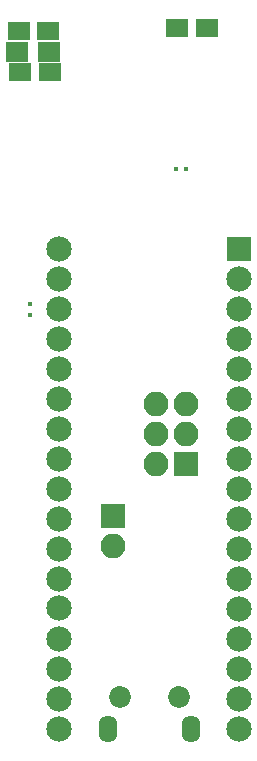
<source format=gbr>
G04 #@! TF.FileFunction,Soldermask,Bot*
%FSLAX46Y46*%
G04 Gerber Fmt 4.6, Leading zero omitted, Abs format (unit mm)*
G04 Created by KiCad (PCBNEW 4.0.7) date 09/16/18 15:06:07*
%MOMM*%
%LPD*%
G01*
G04 APERTURE LIST*
%ADD10C,0.100000*%
%ADD11R,1.900000X1.650000*%
%ADD12C,0.402000*%
%ADD13R,1.900000X1.700000*%
%ADD14C,1.850000*%
%ADD15O,1.600000X2.300000*%
%ADD16R,2.100000X2.100000*%
%ADD17O,2.100000X2.100000*%
%ADD18R,2.152600X2.152600*%
%ADD19C,2.152600*%
G04 APERTURE END LIST*
D10*
D11*
X100691000Y-96520000D03*
X98191000Y-96520000D03*
X100564000Y-93091000D03*
X98064000Y-93091000D03*
D12*
X112268000Y-104775000D03*
X111368000Y-104775000D03*
X111368000Y-104775000D03*
X112268000Y-104775000D03*
D13*
X100664000Y-94869000D03*
X97964000Y-94869000D03*
D11*
X111506000Y-92837000D03*
X114006000Y-92837000D03*
D14*
X106669200Y-149508980D03*
X111669200Y-149508980D03*
D15*
X105669200Y-152208980D03*
X112669200Y-152208980D03*
D16*
X106072940Y-134167880D03*
D17*
X106072940Y-136707880D03*
D16*
X112229900Y-129715260D03*
D17*
X109689900Y-129715260D03*
X112229900Y-127175260D03*
X109689900Y-127175260D03*
X112229900Y-124635260D03*
X109689900Y-124635260D03*
D12*
X99060000Y-116194000D03*
X99060000Y-117094000D03*
X99060000Y-117094000D03*
X99060000Y-116194000D03*
D18*
X116713000Y-111506000D03*
D19*
X116713000Y-114046000D03*
X116713000Y-116586000D03*
X116713000Y-119126000D03*
X116713000Y-121666000D03*
X116713000Y-124206000D03*
X116713000Y-126746000D03*
X116713000Y-129286000D03*
X116713000Y-131826000D03*
X116713000Y-134366000D03*
X116713000Y-136906000D03*
X116713000Y-139446000D03*
X101473000Y-136906000D03*
X101473000Y-139446000D03*
X101473000Y-141952000D03*
X101473000Y-144526000D03*
X101473000Y-147066000D03*
X101473000Y-149606000D03*
X101493000Y-152146000D03*
X116713000Y-152146000D03*
X116713000Y-149606000D03*
X116713000Y-147066000D03*
X116713000Y-144526000D03*
X116713000Y-141986000D03*
X101473000Y-134366000D03*
X101473000Y-131826000D03*
X101473000Y-129286000D03*
X101473000Y-126746000D03*
X101473000Y-124206000D03*
X101473000Y-121666000D03*
X101473000Y-119126000D03*
X101473000Y-116586000D03*
X101473000Y-114046000D03*
X101473000Y-111506000D03*
M02*

</source>
